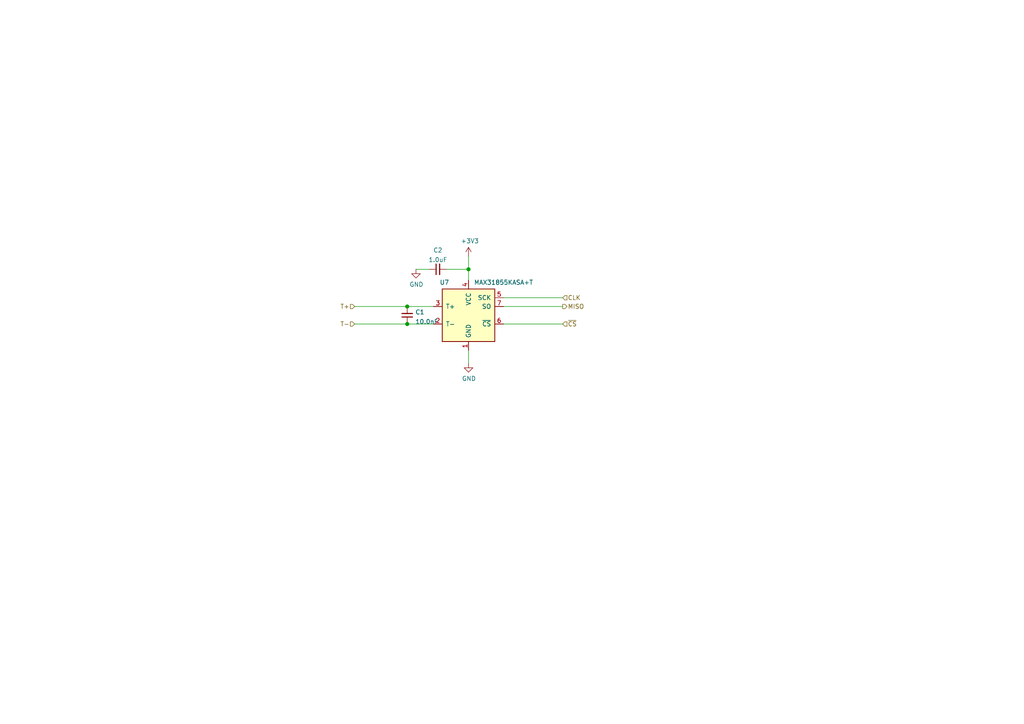
<source format=kicad_sch>
(kicad_sch (version 20210621) (generator eeschema)
  (paper "A4")
  (lib_symbols
    (symbol "Device:C_Small" (pin_numbers hide) (pin_names (offset 0.254) hide)
      (property "Reference" "C" (at 0.254 1.778 0))
      (property "Value" "C_Small" (at 0.254 -2.032 0))
      (symbol "C_Small_0_1"
        (polyline (pts (xy -1.524 -0.508) (xy 1.524 -0.508)) (stroke (width 0.3302)))
        (polyline (pts (xy -1.524 0.508) (xy 1.524 0.508)) (stroke (width 0.3048)))
      )
      (symbol "C_Small_1_1"
        (pin passive line (at 0 2.54 270) (length 2.032) (name "~") (number "1"))
        (pin passive line (at 0 -2.54 90) (length 2.032) (name "~") (number "2"))
      )
    )
    (symbol "Sensor_Temperature:MAX31855KASA" (pin_names (offset 1.016))
      (property "Reference" "U" (at -7.62 8.89 0))
      (property "Value" "MAX31855KASA" (at 1.27 8.89 0))
      (symbol "MAX31855KASA_0_1"
        (rectangle (start -7.62 7.62) (end 7.62 -7.62) (stroke (width 0.254)) (fill (type background)))
      )
      (symbol "MAX31855KASA_1_1"
        (pin power_in line (at 0 -10.16 90) (length 2.54) (name "GND") (number "1"))
        (pin passive line (at -10.16 -2.54 0) (length 2.54) (name "T-") (number "2"))
        (pin passive line (at -10.16 2.54 0) (length 2.54) (name "T+") (number "3"))
        (pin power_in line (at 0 10.16 270) (length 2.54) (name "VCC") (number "4"))
        (pin input line (at 10.16 5.08 180) (length 2.54) (name "SCK") (number "5"))
        (pin input line (at 10.16 -2.54 180) (length 2.54) (name "~{CS}") (number "6"))
        (pin tri_state line (at 10.16 2.54 180) (length 2.54) (name "SO") (number "7"))
      )
    )
    (symbol "power:+3.3V" (power) (pin_names (offset 0))
      (property "Value" "+3.3V" (at 0 3.556 0))
      (symbol "+3.3V_0_1"
        (polyline (pts (xy -0.762 1.27) (xy 0 2.54)))
        (polyline (pts (xy 0 0) (xy 0 2.54)))
        (polyline (pts (xy 0 2.54) (xy 0.762 1.27)))
      )
      (symbol "+3.3V_1_1"
        (pin power_in line (at 0 0 90) (length 0) hide (name "+3V3") (number "1"))
      )
    )
    (symbol "power:GND" (power) (pin_names (offset 0))
      (property "Value" "GND" (at 0 -3.81 0))
      (symbol "GND_0_1"
        (polyline (pts (xy 0 0) (xy 0 -1.27) (xy 1.27 -1.27) (xy 0 -2.54) (xy -1.27 -1.27) (xy 0 -1.27)))
      )
      (symbol "GND_1_1"
        (pin power_in line (at 0 0 270) (length 0) hide (name "GND") (number "1"))
      )
    )
  )
  (junction (at 118.11 88.9) (diameter 1.016))
  (junction (at 118.11 93.98) (diameter 1.016))
  (junction (at 135.89 78.105) (diameter 1.016))
  (wire (pts (xy 102.87 88.9) (xy 118.11 88.9)))
  (wire (pts (xy 102.87 93.98) (xy 118.11 93.98)))
  (wire (pts (xy 118.11 88.9) (xy 125.73 88.9)))
  (wire (pts (xy 118.11 93.98) (xy 125.73 93.98)))
  (wire (pts (xy 124.46 78.105) (xy 120.65 78.105)))
  (wire (pts (xy 129.54 78.105) (xy 135.89 78.105)))
  (wire (pts (xy 135.89 74.295) (xy 135.89 78.105)))
  (wire (pts (xy 135.89 78.105) (xy 135.89 81.28)))
  (wire (pts (xy 135.89 101.6) (xy 135.89 105.41)))
  (wire (pts (xy 146.05 88.9) (xy 163.195 88.9)))
  (wire (pts (xy 163.195 86.36) (xy 146.05 86.36)))
  (wire (pts (xy 163.195 93.98) (xy 146.05 93.98)))
  (hierarchical_label "T+" (shape input) (at 102.87 88.9 180))
  (hierarchical_label "T-" (shape input) (at 102.87 93.98 180))
  (hierarchical_label "CLK" (shape input) (at 163.195 86.36 0))
  (hierarchical_label "MISO" (shape output) (at 163.195 88.9 0))
  (hierarchical_label "~{CS}" (shape input) (at 163.195 93.98 0))
  (symbol (lib_id "power:+3.3V") (at 135.89 74.295 0) (unit 1)
    (property "Reference" "#PWR022" (effects hide))
    (property "Value" "+3.3V" (at 136.271 69.9008 0))
  )
  (symbol (lib_id "power:GND") (at 120.65 78.105 0) (unit 1)
    (property "Reference" "#PWR023" (effects hide))
    (property "Value" "GND" (at 120.777 82.4992 0))
  )
  (symbol (lib_id "power:GND") (at 135.89 105.41 0) (unit 1)
    (property "Reference" "#PWR024" (effects hide))
    (property "Value" "GND" (at 136.017 109.8042 0))
  )
  (symbol (lib_id "Device:C_Small") (at 118.11 91.44 180) (unit 1)
    (property "Reference" "C1" (at 120.4342 90.5315 0) (effects (justify right)))
    (property "Value" "10.0nF" (at 120.4342 93.3066 0) (effects (justify right)))
    (property "Footprint" "Capacitor_SMD:C_0603_1608Metric_Pad1.08x0.95mm_HandSolder" (effects hide))
    (property "LCSC Part#" "C389113" (effects hide))
  )
  (symbol (lib_id "Device:C_Small") (at 127 78.105 90) (unit 1)
    (property "Reference" "C2" (at 127 72.5763 90))
    (property "Value" "1.0uF" (at 127 75.3514 90))
    (property "Footprint" "Capacitor_SMD:C_0603_1608Metric_Pad1.08x0.95mm_HandSolder" (effects hide))
    (property "LCSC Part#" "C328910" (effects hide))
  )
  (symbol (lib_id "Sensor_Temperature:MAX31855KASA") (at 135.89 91.44 0) (unit 1)
    (property "Reference" "U7" (at 128.905 81.915 0))
    (property "Value" "MAX31855KASA+T" (at 146.05 81.915 0))
    (property "Footprint" "Package_SO:SOIC-8_3.9x4.9mm_P1.27mm" (effects hide))
    (property "Datasheet" "http://datasheets.maximintegrated.com/en/ds/MAX31855.pdf" (effects hide))
    (property "LCSC Part#" "C52028" (effects hide))
  )
)
</source>
